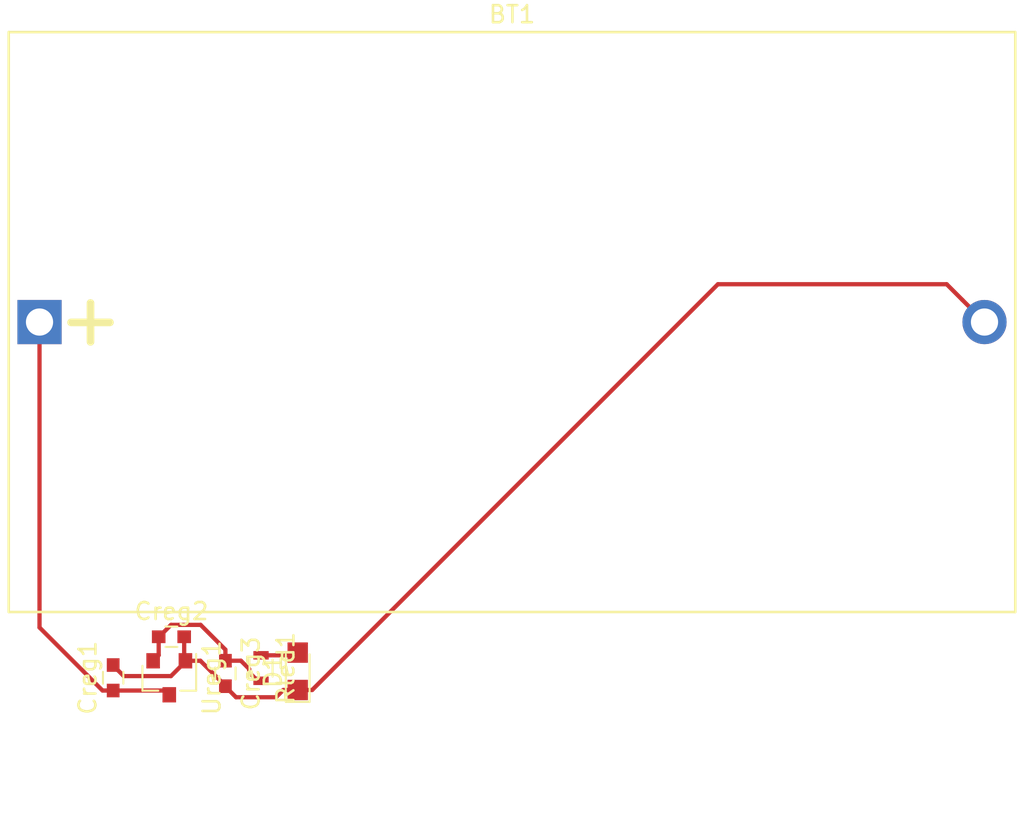
<source format=kicad_pcb>
(kicad_pcb (version 4) (host pcbnew 4.0.7-e2-6376~58~ubuntu16.04.1)

  (general
    (links 11)
    (no_connects 11)
    (area 0 0 0 0)
    (thickness 1.6)
    (drawings 0)
    (tracks 40)
    (zones 0)
    (modules 7)
    (nets 5)
  )

  (page A4)
  (layers
    (0 F.Cu signal)
    (31 B.Cu signal)
    (32 B.Adhes user)
    (33 F.Adhes user)
    (34 B.Paste user)
    (35 F.Paste user)
    (36 B.SilkS user)
    (37 F.SilkS user)
    (38 B.Mask user)
    (39 F.Mask user)
    (40 Dwgs.User user)
    (41 Cmts.User user)
    (42 Eco1.User user)
    (43 Eco2.User user)
    (44 Edge.Cuts user)
    (45 Margin user)
    (46 B.CrtYd user)
    (47 F.CrtYd user)
    (48 B.Fab user)
    (49 F.Fab user)
  )

  (setup
    (last_trace_width 0.25)
    (trace_clearance 0.2)
    (zone_clearance 0.508)
    (zone_45_only no)
    (trace_min 0.2)
    (segment_width 0.2)
    (edge_width 0.15)
    (via_size 0.6)
    (via_drill 0.4)
    (via_min_size 0.4)
    (via_min_drill 0.3)
    (uvia_size 0.3)
    (uvia_drill 0.1)
    (uvias_allowed no)
    (uvia_min_size 0.2)
    (uvia_min_drill 0.1)
    (pcb_text_width 0.3)
    (pcb_text_size 1.5 1.5)
    (mod_edge_width 0.15)
    (mod_text_size 1 1)
    (mod_text_width 0.15)
    (pad_size 1.524 1.524)
    (pad_drill 0.762)
    (pad_to_mask_clearance 0.2)
    (aux_axis_origin 0 0)
    (visible_elements FFFFFF7F)
    (pcbplotparams
      (layerselection 0x00030_80000001)
      (usegerberextensions false)
      (excludeedgelayer true)
      (linewidth 0.100000)
      (plotframeref false)
      (viasonmask false)
      (mode 1)
      (useauxorigin false)
      (hpglpennumber 1)
      (hpglpenspeed 20)
      (hpglpendiameter 15)
      (hpglpenoverlay 2)
      (psnegative false)
      (psa4output false)
      (plotreference true)
      (plotvalue true)
      (plotinvisibletext false)
      (padsonsilk false)
      (subtractmaskfromsilk false)
      (outputformat 1)
      (mirror false)
      (drillshape 1)
      (scaleselection 1)
      (outputdirectory ""))
  )

  (net 0 "")
  (net 1 GND)
  (net 2 /Sheet59D70135/V_IN)
  (net 3 +3V3)
  (net 4 "Net-(D1-Pad2)")

  (net_class Default "This is the default net class."
    (clearance 0.2)
    (trace_width 0.25)
    (via_dia 0.6)
    (via_drill 0.4)
    (uvia_dia 0.3)
    (uvia_drill 0.1)
    (add_net +3V3)
    (add_net /Sheet59D70135/V_IN)
    (add_net GND)
    (add_net "Net-(D1-Pad2)")
  )

  (module Capacitors_SMD:C_0603 (layer F.Cu) (tedit 59958EE7) (tstamp 59D6FFCC)
    (at 161.798 144.907 90)
    (descr "Capacitor SMD 0603, reflow soldering, AVX (see smccp.pdf)")
    (tags "capacitor 0603")
    (path /59D70136/59D83C73)
    (attr smd)
    (fp_text reference Creg1 (at 0 -1.5 90) (layer F.SilkS)
      (effects (font (size 1 1) (thickness 0.15)))
    )
    (fp_text value 1uF (at 0 1.5 90) (layer F.Fab)
      (effects (font (size 1 1) (thickness 0.15)))
    )
    (fp_line (start 1.4 0.65) (end -1.4 0.65) (layer F.CrtYd) (width 0.05))
    (fp_line (start 1.4 0.65) (end 1.4 -0.65) (layer F.CrtYd) (width 0.05))
    (fp_line (start -1.4 -0.65) (end -1.4 0.65) (layer F.CrtYd) (width 0.05))
    (fp_line (start -1.4 -0.65) (end 1.4 -0.65) (layer F.CrtYd) (width 0.05))
    (fp_line (start 0.35 0.6) (end -0.35 0.6) (layer F.SilkS) (width 0.12))
    (fp_line (start -0.35 -0.6) (end 0.35 -0.6) (layer F.SilkS) (width 0.12))
    (fp_line (start -0.8 -0.4) (end 0.8 -0.4) (layer F.Fab) (width 0.1))
    (fp_line (start 0.8 -0.4) (end 0.8 0.4) (layer F.Fab) (width 0.1))
    (fp_line (start 0.8 0.4) (end -0.8 0.4) (layer F.Fab) (width 0.1))
    (fp_line (start -0.8 0.4) (end -0.8 -0.4) (layer F.Fab) (width 0.1))
    (fp_text user %R (at 0 0 90) (layer F.Fab)
      (effects (font (size 0.3 0.3) (thickness 0.075)))
    )
    (pad 2 smd rect (at 0.75 0 90) (size 0.8 0.75) (layers F.Cu F.Paste F.Mask)
      (net 1 GND))
    (pad 1 smd rect (at -0.75 0 90) (size 0.8 0.75) (layers F.Cu F.Paste F.Mask)
      (net 2 /Sheet59D70135/V_IN))
    (model Capacitors_SMD.3dshapes/C_0603.wrl
      (at (xyz 0 0 0))
      (scale (xyz 1 1 1))
      (rotate (xyz 0 0 0))
    )
  )

  (module Capacitors_SMD:C_0603 (layer F.Cu) (tedit 59958EE7) (tstamp 59D6FFDD)
    (at 165.227 142.494)
    (descr "Capacitor SMD 0603, reflow soldering, AVX (see smccp.pdf)")
    (tags "capacitor 0603")
    (path /59D70136/59D83C6B)
    (attr smd)
    (fp_text reference Creg2 (at 0 -1.5) (layer F.SilkS)
      (effects (font (size 1 1) (thickness 0.15)))
    )
    (fp_text value 1uF (at 0 1.5) (layer F.Fab)
      (effects (font (size 1 1) (thickness 0.15)))
    )
    (fp_line (start 1.4 0.65) (end -1.4 0.65) (layer F.CrtYd) (width 0.05))
    (fp_line (start 1.4 0.65) (end 1.4 -0.65) (layer F.CrtYd) (width 0.05))
    (fp_line (start -1.4 -0.65) (end -1.4 0.65) (layer F.CrtYd) (width 0.05))
    (fp_line (start -1.4 -0.65) (end 1.4 -0.65) (layer F.CrtYd) (width 0.05))
    (fp_line (start 0.35 0.6) (end -0.35 0.6) (layer F.SilkS) (width 0.12))
    (fp_line (start -0.35 -0.6) (end 0.35 -0.6) (layer F.SilkS) (width 0.12))
    (fp_line (start -0.8 -0.4) (end 0.8 -0.4) (layer F.Fab) (width 0.1))
    (fp_line (start 0.8 -0.4) (end 0.8 0.4) (layer F.Fab) (width 0.1))
    (fp_line (start 0.8 0.4) (end -0.8 0.4) (layer F.Fab) (width 0.1))
    (fp_line (start -0.8 0.4) (end -0.8 -0.4) (layer F.Fab) (width 0.1))
    (fp_text user %R (at 0 0) (layer F.Fab)
      (effects (font (size 0.3 0.3) (thickness 0.075)))
    )
    (pad 2 smd rect (at 0.75 0) (size 0.8 0.75) (layers F.Cu F.Paste F.Mask)
      (net 1 GND))
    (pad 1 smd rect (at -0.75 0) (size 0.8 0.75) (layers F.Cu F.Paste F.Mask)
      (net 3 +3V3))
    (model Capacitors_SMD.3dshapes/C_0603.wrl
      (at (xyz 0 0 0))
      (scale (xyz 1 1 1))
      (rotate (xyz 0 0 0))
    )
  )

  (module Capacitors_SMD:C_0603 (layer F.Cu) (tedit 59958EE7) (tstamp 59D6FFEE)
    (at 168.402 144.653 270)
    (descr "Capacitor SMD 0603, reflow soldering, AVX (see smccp.pdf)")
    (tags "capacitor 0603")
    (path /59D70136/59D85593)
    (attr smd)
    (fp_text reference Creg3 (at 0 -1.5 270) (layer F.SilkS)
      (effects (font (size 1 1) (thickness 0.15)))
    )
    (fp_text value 10uF (at 0 1.5 270) (layer F.Fab)
      (effects (font (size 1 1) (thickness 0.15)))
    )
    (fp_line (start 1.4 0.65) (end -1.4 0.65) (layer F.CrtYd) (width 0.05))
    (fp_line (start 1.4 0.65) (end 1.4 -0.65) (layer F.CrtYd) (width 0.05))
    (fp_line (start -1.4 -0.65) (end -1.4 0.65) (layer F.CrtYd) (width 0.05))
    (fp_line (start -1.4 -0.65) (end 1.4 -0.65) (layer F.CrtYd) (width 0.05))
    (fp_line (start 0.35 0.6) (end -0.35 0.6) (layer F.SilkS) (width 0.12))
    (fp_line (start -0.35 -0.6) (end 0.35 -0.6) (layer F.SilkS) (width 0.12))
    (fp_line (start -0.8 -0.4) (end 0.8 -0.4) (layer F.Fab) (width 0.1))
    (fp_line (start 0.8 -0.4) (end 0.8 0.4) (layer F.Fab) (width 0.1))
    (fp_line (start 0.8 0.4) (end -0.8 0.4) (layer F.Fab) (width 0.1))
    (fp_line (start -0.8 0.4) (end -0.8 -0.4) (layer F.Fab) (width 0.1))
    (fp_text user %R (at 0 0 270) (layer F.Fab)
      (effects (font (size 0.3 0.3) (thickness 0.075)))
    )
    (pad 2 smd rect (at 0.75 0 270) (size 0.8 0.75) (layers F.Cu F.Paste F.Mask)
      (net 1 GND))
    (pad 1 smd rect (at -0.75 0 270) (size 0.8 0.75) (layers F.Cu F.Paste F.Mask)
      (net 3 +3V3))
    (model Capacitors_SMD.3dshapes/C_0603.wrl
      (at (xyz 0 0 0))
      (scale (xyz 1 1 1))
      (rotate (xyz 0 0 0))
    )
  )

  (module LEDs:LED_0805 (layer F.Cu) (tedit 59959803) (tstamp 59D70004)
    (at 172.6565 144.526 90)
    (descr "LED 0805 smd package")
    (tags "LED led 0805 SMD smd SMT smt smdled SMDLED smtled SMTLED")
    (path /59D6FE5B/59D94A4A)
    (attr smd)
    (fp_text reference D1 (at 0 -1.45 90) (layer F.SilkS)
      (effects (font (size 1 1) (thickness 0.15)))
    )
    (fp_text value LED-R (at 0 1.55 90) (layer F.Fab)
      (effects (font (size 1 1) (thickness 0.15)))
    )
    (fp_line (start -1.8 -0.7) (end -1.8 0.7) (layer F.SilkS) (width 0.12))
    (fp_line (start -0.4 -0.4) (end -0.4 0.4) (layer F.Fab) (width 0.1))
    (fp_line (start -0.4 0) (end 0.2 -0.4) (layer F.Fab) (width 0.1))
    (fp_line (start 0.2 0.4) (end -0.4 0) (layer F.Fab) (width 0.1))
    (fp_line (start 0.2 -0.4) (end 0.2 0.4) (layer F.Fab) (width 0.1))
    (fp_line (start 1 0.6) (end -1 0.6) (layer F.Fab) (width 0.1))
    (fp_line (start 1 -0.6) (end 1 0.6) (layer F.Fab) (width 0.1))
    (fp_line (start -1 -0.6) (end 1 -0.6) (layer F.Fab) (width 0.1))
    (fp_line (start -1 0.6) (end -1 -0.6) (layer F.Fab) (width 0.1))
    (fp_line (start -1.8 0.7) (end 1 0.7) (layer F.SilkS) (width 0.12))
    (fp_line (start -1.8 -0.7) (end 1 -0.7) (layer F.SilkS) (width 0.12))
    (fp_line (start 1.95 -0.85) (end 1.95 0.85) (layer F.CrtYd) (width 0.05))
    (fp_line (start 1.95 0.85) (end -1.95 0.85) (layer F.CrtYd) (width 0.05))
    (fp_line (start -1.95 0.85) (end -1.95 -0.85) (layer F.CrtYd) (width 0.05))
    (fp_line (start -1.95 -0.85) (end 1.95 -0.85) (layer F.CrtYd) (width 0.05))
    (fp_text user %R (at 0 -1.25 90) (layer F.Fab)
      (effects (font (size 0.4 0.4) (thickness 0.1)))
    )
    (pad 2 smd rect (at 1.1 0 270) (size 1.2 1.2) (layers F.Cu F.Paste F.Mask)
      (net 4 "Net-(D1-Pad2)"))
    (pad 1 smd rect (at -1.1 0 270) (size 1.2 1.2) (layers F.Cu F.Paste F.Mask)
      (net 1 GND))
    (model ${KISYS3DMOD}/LEDs.3dshapes/LED_0805.wrl
      (at (xyz 0 0 0))
      (scale (xyz 1 1 1))
      (rotate (xyz 0 0 180))
    )
  )

  (module Resistors_SMD:R_0603 (layer F.Cu) (tedit 58E0A804) (tstamp 59D70015)
    (at 170.4975 144.3355 270)
    (descr "Resistor SMD 0603, reflow soldering, Vishay (see dcrcw.pdf)")
    (tags "resistor 0603")
    (path /59D6FE5B/59D94A51)
    (attr smd)
    (fp_text reference Rled1 (at 0 -1.45 270) (layer F.SilkS)
      (effects (font (size 1 1) (thickness 0.15)))
    )
    (fp_text value 499 (at 0 1.5 270) (layer F.Fab)
      (effects (font (size 1 1) (thickness 0.15)))
    )
    (fp_text user %R (at 0 0 270) (layer F.Fab)
      (effects (font (size 0.4 0.4) (thickness 0.075)))
    )
    (fp_line (start -0.8 0.4) (end -0.8 -0.4) (layer F.Fab) (width 0.1))
    (fp_line (start 0.8 0.4) (end -0.8 0.4) (layer F.Fab) (width 0.1))
    (fp_line (start 0.8 -0.4) (end 0.8 0.4) (layer F.Fab) (width 0.1))
    (fp_line (start -0.8 -0.4) (end 0.8 -0.4) (layer F.Fab) (width 0.1))
    (fp_line (start 0.5 0.68) (end -0.5 0.68) (layer F.SilkS) (width 0.12))
    (fp_line (start -0.5 -0.68) (end 0.5 -0.68) (layer F.SilkS) (width 0.12))
    (fp_line (start -1.25 -0.7) (end 1.25 -0.7) (layer F.CrtYd) (width 0.05))
    (fp_line (start -1.25 -0.7) (end -1.25 0.7) (layer F.CrtYd) (width 0.05))
    (fp_line (start 1.25 0.7) (end 1.25 -0.7) (layer F.CrtYd) (width 0.05))
    (fp_line (start 1.25 0.7) (end -1.25 0.7) (layer F.CrtYd) (width 0.05))
    (pad 1 smd rect (at -0.75 0 270) (size 0.5 0.9) (layers F.Cu F.Paste F.Mask)
      (net 4 "Net-(D1-Pad2)"))
    (pad 2 smd rect (at 0.75 0 270) (size 0.5 0.9) (layers F.Cu F.Paste F.Mask)
      (net 3 +3V3))
    (model ${KISYS3DMOD}/Resistors_SMD.3dshapes/R_0603.wrl
      (at (xyz 0 0 0))
      (scale (xyz 1 1 1))
      (rotate (xyz 0 0 0))
    )
  )

  (module TO_SOT_Packages_SMD:SOT-23 (layer F.Cu) (tedit 58CE4E7E) (tstamp 59D7002A)
    (at 165.1 144.907 270)
    (descr "SOT-23, Standard")
    (tags SOT-23)
    (path /59D70136/59D83C4F)
    (attr smd)
    (fp_text reference Ureg1 (at 0 -2.5 270) (layer F.SilkS)
      (effects (font (size 1 1) (thickness 0.15)))
    )
    (fp_text value MCP1703A-3302_SOT23 (at 0 2.5 270) (layer F.Fab)
      (effects (font (size 1 1) (thickness 0.15)))
    )
    (fp_text user %R (at 0 0 360) (layer F.Fab)
      (effects (font (size 0.5 0.5) (thickness 0.075)))
    )
    (fp_line (start -0.7 -0.95) (end -0.7 1.5) (layer F.Fab) (width 0.1))
    (fp_line (start -0.15 -1.52) (end 0.7 -1.52) (layer F.Fab) (width 0.1))
    (fp_line (start -0.7 -0.95) (end -0.15 -1.52) (layer F.Fab) (width 0.1))
    (fp_line (start 0.7 -1.52) (end 0.7 1.52) (layer F.Fab) (width 0.1))
    (fp_line (start -0.7 1.52) (end 0.7 1.52) (layer F.Fab) (width 0.1))
    (fp_line (start 0.76 1.58) (end 0.76 0.65) (layer F.SilkS) (width 0.12))
    (fp_line (start 0.76 -1.58) (end 0.76 -0.65) (layer F.SilkS) (width 0.12))
    (fp_line (start -1.7 -1.75) (end 1.7 -1.75) (layer F.CrtYd) (width 0.05))
    (fp_line (start 1.7 -1.75) (end 1.7 1.75) (layer F.CrtYd) (width 0.05))
    (fp_line (start 1.7 1.75) (end -1.7 1.75) (layer F.CrtYd) (width 0.05))
    (fp_line (start -1.7 1.75) (end -1.7 -1.75) (layer F.CrtYd) (width 0.05))
    (fp_line (start 0.76 -1.58) (end -1.4 -1.58) (layer F.SilkS) (width 0.12))
    (fp_line (start 0.76 1.58) (end -0.7 1.58) (layer F.SilkS) (width 0.12))
    (pad 1 smd rect (at -1 -0.95 270) (size 0.9 0.8) (layers F.Cu F.Paste F.Mask)
      (net 1 GND))
    (pad 2 smd rect (at -1 0.95 270) (size 0.9 0.8) (layers F.Cu F.Paste F.Mask)
      (net 3 +3V3))
    (pad 3 smd rect (at 1 0 270) (size 0.9 0.8) (layers F.Cu F.Paste F.Mask)
      (net 2 /Sheet59D70135/V_IN))
    (model ${KISYS3DMOD}/TO_SOT_Packages_SMD.3dshapes/SOT-23.wrl
      (at (xyz 0 0 0))
      (scale (xyz 1 1 1))
      (rotate (xyz 0 0 0))
    )
  )

  (module Battery_Holders:Bulgin_BX0036_1xC (layer F.Cu) (tedit 59653AC9) (tstamp 59D7005A)
    (at 157.465001 123.977)
    (descr "Bulgin Battery Holder, BX0036, Battery Type C (http://www.bulgin.com/media/bulgin/data/Battery_holders.pdf)")
    (tags "Bulgin BX0036")
    (path /59D6FF4B)
    (fp_text reference BT1 (at 27.8 -18.1) (layer F.SilkS)
      (effects (font (size 1 1) (thickness 0.15)))
    )
    (fp_text value Battery (at 27.8 1) (layer F.Fab)
      (effects (font (size 1 1) (thickness 0.15)))
    )
    (fp_line (start -1.75 17) (end -1.75 -17) (layer F.Fab) (width 0.1))
    (fp_line (start 57.35 17) (end -1.75 17) (layer F.Fab) (width 0.1))
    (fp_line (start 57.35 -17) (end 57.35 17) (layer F.Fab) (width 0.1))
    (fp_line (start -1.75 -17) (end 57.35 -17) (layer F.Fab) (width 0.1))
    (fp_text user + (at 3 -0.2) (layer F.SilkS)
      (effects (font (size 3 3) (thickness 0.45)))
    )
    (fp_line (start -2.3 -17.5) (end 57.9 -17.5) (layer F.CrtYd) (width 0.05))
    (fp_line (start 57.9 -17.5) (end 57.9 17.5) (layer F.CrtYd) (width 0.05))
    (fp_line (start 57.9 17.5) (end -2.3 17.5) (layer F.CrtYd) (width 0.05))
    (fp_line (start -2.3 17.5) (end -2.3 -17.5) (layer F.CrtYd) (width 0.05))
    (fp_line (start -1.81 -17.06) (end -1.81 17.06) (layer F.SilkS) (width 0.15))
    (fp_line (start 57.41 -17.06) (end 57.41 17.06) (layer F.SilkS) (width 0.15))
    (fp_line (start -1.81 -17.06) (end 57.41 -17.06) (layer F.SilkS) (width 0.15))
    (fp_line (start -1.81 17.06) (end 57.41 17.06) (layer F.SilkS) (width 0.15))
    (fp_text user %R (at 27.8 -1) (layer F.Fab)
      (effects (font (size 1 1) (thickness 0.1)))
    )
    (pad 2 thru_hole circle (at 55.6 0) (size 2.6 2.6) (drill 1.6) (layers *.Cu *.Mask)
      (net 1 GND))
    (pad 1 thru_hole rect (at 0 0) (size 2.6 2.6) (drill 1.6) (layers *.Cu *.Mask)
      (net 2 /Sheet59D70135/V_IN))
    (pad "" np_thru_hole circle (at 11.9 0) (size 3.8 3.8) (drill 3.8) (layers *.Cu *.Mask))
    (pad "" np_thru_hole circle (at 43.7 0) (size 3.8 3.8) (drill 3.8) (layers *.Cu *.Mask))
    (model ${KISYS3DMOD}/Battery_Holders.3dshapes/Bulgin_BX0036_1xC.wrl
      (at (xyz 0 0 0))
      (scale (xyz 1 1 1))
      (rotate (xyz 0 0 0))
    )
  )

  (segment (start 172.6565 145.626) (end 173.5065 145.626) (width 0.25) (layer F.Cu) (net 1))
  (segment (start 173.5065 145.626) (end 197.380501 121.751999) (width 0.25) (layer F.Cu) (net 1))
  (segment (start 197.380501 121.751999) (end 210.84 121.751999) (width 0.25) (layer F.Cu) (net 1))
  (segment (start 211.765002 122.677001) (end 213.065001 123.977) (width 0.25) (layer F.Cu) (net 1))
  (segment (start 210.84 121.751999) (end 211.765002 122.677001) (width 0.25) (layer F.Cu) (net 1))
  (segment (start 168.402 145.403) (end 168.402 145.428) (width 0.25) (layer F.Cu) (net 1))
  (segment (start 168.402 145.428) (end 169.027 146.053) (width 0.25) (layer F.Cu) (net 1))
  (segment (start 169.027 146.053) (end 171.3795 146.053) (width 0.25) (layer F.Cu) (net 1))
  (segment (start 171.3795 146.053) (end 171.8065 145.626) (width 0.25) (layer F.Cu) (net 1))
  (segment (start 171.8065 145.626) (end 172.6565 145.626) (width 0.25) (layer F.Cu) (net 1))
  (segment (start 166.05 143.907) (end 166.931 143.907) (width 0.25) (layer F.Cu) (net 1))
  (segment (start 166.931 143.907) (end 168.402 145.378) (width 0.25) (layer F.Cu) (net 1))
  (segment (start 168.402 145.378) (end 168.402 145.403) (width 0.25) (layer F.Cu) (net 1))
  (segment (start 161.798 144.157) (end 161.798 144.182) (width 0.25) (layer F.Cu) (net 1))
  (segment (start 161.798 144.182) (end 162.423 144.807) (width 0.25) (layer F.Cu) (net 1))
  (segment (start 162.423 144.807) (end 165.2 144.807) (width 0.25) (layer F.Cu) (net 1))
  (segment (start 165.2 144.807) (end 166.05 143.957) (width 0.25) (layer F.Cu) (net 1))
  (segment (start 166.05 143.957) (end 166.05 143.907) (width 0.25) (layer F.Cu) (net 1))
  (segment (start 165.977 142.494) (end 165.977 143.834) (width 0.25) (layer F.Cu) (net 1))
  (segment (start 165.977 143.834) (end 166.05 143.907) (width 0.25) (layer F.Cu) (net 1))
  (segment (start 165.952 142.494) (end 165.977 142.494) (width 0.25) (layer F.Cu) (net 1))
  (segment (start 161.798 145.657) (end 164.85 145.657) (width 0.25) (layer F.Cu) (net 2))
  (segment (start 164.85 145.657) (end 165.1 145.907) (width 0.25) (layer F.Cu) (net 2))
  (segment (start 157.465001 123.977) (end 157.465001 141.949001) (width 0.25) (layer F.Cu) (net 2))
  (segment (start 157.465001 141.949001) (end 161.173 145.657) (width 0.25) (layer F.Cu) (net 2))
  (segment (start 161.173 145.657) (end 161.798 145.657) (width 0.25) (layer F.Cu) (net 2))
  (segment (start 168.402 143.903) (end 169.315 143.903) (width 0.25) (layer F.Cu) (net 3))
  (segment (start 169.315 143.903) (end 169.7975 144.3855) (width 0.25) (layer F.Cu) (net 3))
  (segment (start 169.7975 144.3855) (end 169.7975 144.5855) (width 0.25) (layer F.Cu) (net 3))
  (segment (start 169.7975 144.5855) (end 170.2975 145.0855) (width 0.25) (layer F.Cu) (net 3))
  (segment (start 170.2975 145.0855) (end 170.4975 145.0855) (width 0.25) (layer F.Cu) (net 3))
  (segment (start 164.477 142.494) (end 164.502 142.494) (width 0.25) (layer F.Cu) (net 3))
  (segment (start 164.502 142.494) (end 165.202001 141.793999) (width 0.25) (layer F.Cu) (net 3))
  (segment (start 165.202001 141.793999) (end 166.942999 141.793999) (width 0.25) (layer F.Cu) (net 3))
  (segment (start 166.942999 141.793999) (end 168.402 143.253) (width 0.25) (layer F.Cu) (net 3))
  (segment (start 168.402 143.253) (end 168.402 143.903) (width 0.25) (layer F.Cu) (net 3))
  (segment (start 164.477 142.494) (end 164.477 143.58) (width 0.25) (layer F.Cu) (net 3))
  (segment (start 164.477 143.58) (end 164.15 143.907) (width 0.25) (layer F.Cu) (net 3))
  (segment (start 170.4975 143.5855) (end 172.497 143.5855) (width 0.25) (layer F.Cu) (net 4))
  (segment (start 172.497 143.5855) (end 172.6565 143.426) (width 0.25) (layer F.Cu) (net 4))

)

</source>
